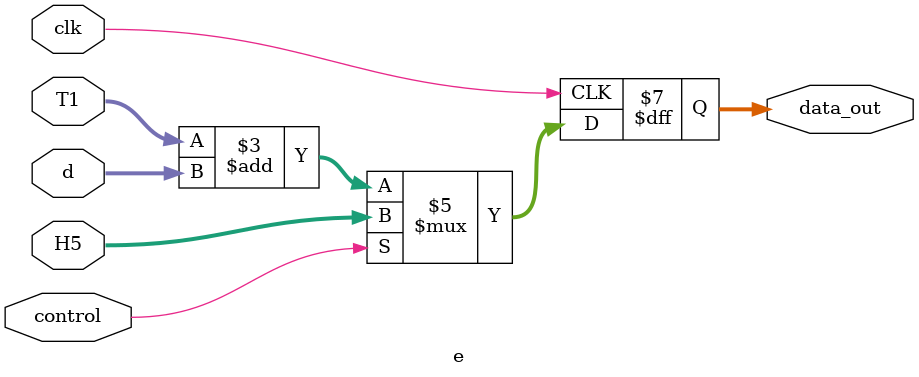
<source format=v>
`timescale 1ns / 1ps
module e(data_out,clk,control,H5,T1,d);
output reg [31:0] data_out;
input control, clk;
input [31:0] H5,T1,d;
	
always @ (posedge clk)
	begin
		if (control == 1)				//we are initializing from the intermediate hash value
			data_out = H5;				//update value of a 
		else
			data_out = T1 + d;
	end
	

endmodule

</source>
